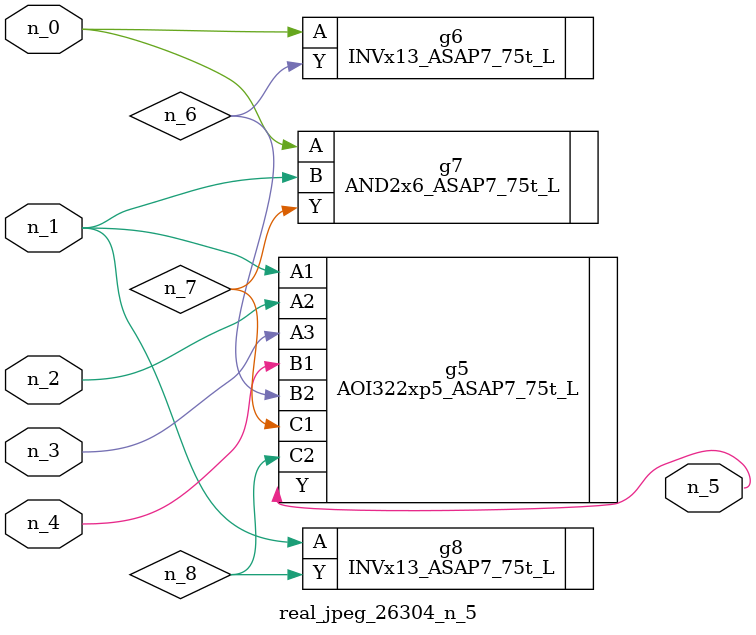
<source format=v>
module real_jpeg_26304_n_5 (n_4, n_0, n_1, n_2, n_3, n_5);

input n_4;
input n_0;
input n_1;
input n_2;
input n_3;

output n_5;

wire n_8;
wire n_6;
wire n_7;

INVx13_ASAP7_75t_L g6 ( 
.A(n_0),
.Y(n_6)
);

AND2x6_ASAP7_75t_L g7 ( 
.A(n_0),
.B(n_1),
.Y(n_7)
);

AOI322xp5_ASAP7_75t_L g5 ( 
.A1(n_1),
.A2(n_2),
.A3(n_3),
.B1(n_4),
.B2(n_6),
.C1(n_7),
.C2(n_8),
.Y(n_5)
);

INVx13_ASAP7_75t_L g8 ( 
.A(n_1),
.Y(n_8)
);


endmodule
</source>
